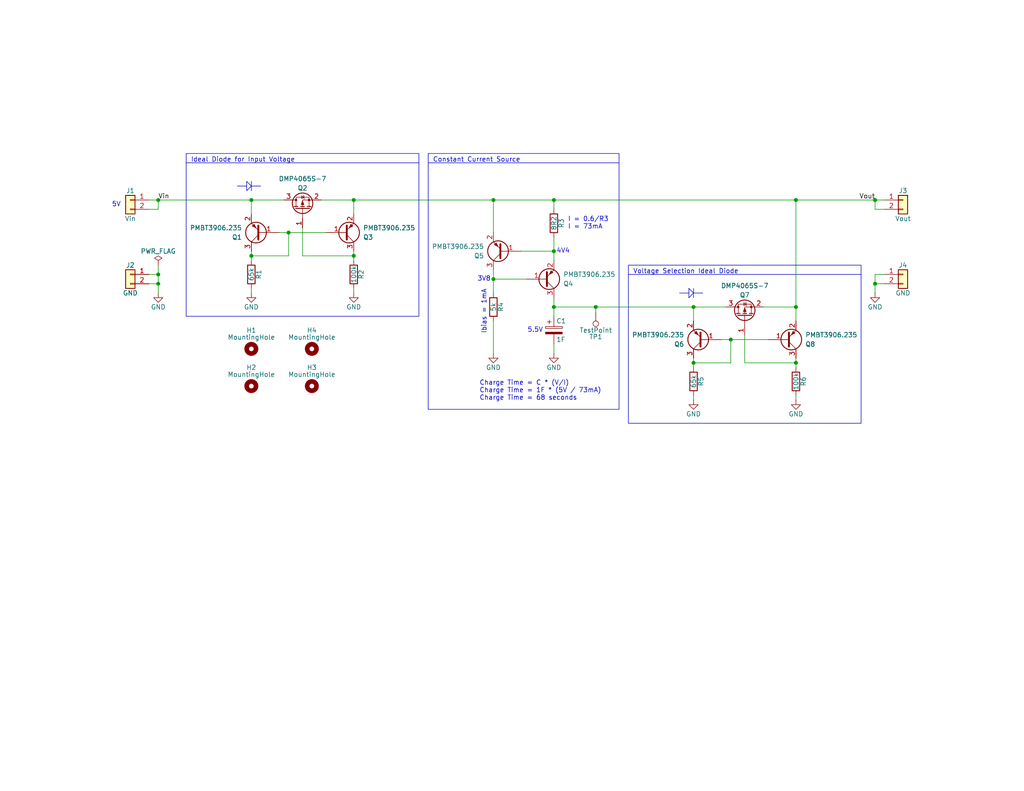
<source format=kicad_sch>
(kicad_sch (version 20231120) (generator "eeschema") (generator_version "8.0")
  (paper "A")
  (title_block (title "Super Capacitor Charge and Backup Circuit") (date "2024-04-21") (company "Perry Leumas") (comment 1 "Test circuit of backup power for ATtiny416 to") (comment 2 "    provide enough power for EEPROM write on power loss"))
  (lib_symbols
    (symbol "Connector:TestPoint" (pin_numbers hide) (pin_names (offset 0.762) hide)
      (property "Reference" "TP" (at 0 6.858 0))
      (property "Value" "TestPoint" (at 0 5.08 0))
      (symbol "TestPoint_0_1"
        (circle (center 0 3.302) (radius 0.762))
      )
      (symbol "TestPoint_1_1"
        (pin passive line (at 0 0 90) (length 2.54) (name "1") (number "1"))
      )
    )
    (symbol "Connector_Generic:Conn_01x02" (pin_names (offset 1.016) hide)
      (property "Reference" "J" (at 0 2.54 0))
      (property "Value" "Conn_01x02" (at 0 -5.08 0))
      (symbol "Conn_01x02_1_1"
        (rectangle (start -1.27 -2.413) (end 0 -2.667) (stroke (width 0.1524)))
        (rectangle (start -1.27 0.127) (end 0 -0.127) (stroke (width 0.1524)))
        (rectangle (start -1.27 1.27) (end 1.27 -3.81) (stroke (width 0.254)) (fill (type background)))
        (pin passive line (at -5.08 0 0) (length 3.81) (name "Pin_1") (number "1"))
        (pin passive line (at -5.08 -2.54 0) (length 3.81) (name "Pin_2") (number "2"))
      )
    )
    (symbol "Device:C_Polarized" (pin_numbers hide) (pin_names (offset 0.254))
      (property "Reference" "C" (at 0.635 2.54 0))
      (property "Value" "C_Polarized" (at 0.635 -2.54 0))
      (symbol "C_Polarized_0_1"
        (rectangle (start -2.286 0.508) (end 2.286 1.016))
        (polyline (pts (xy -1.778 2.286) (xy -0.762 2.286)))
        (polyline (pts (xy -1.27 2.794) (xy -1.27 1.778)))
        (rectangle (start 2.286 -0.508) (end -2.286 -1.016) (fill (type outline)))
      )
      (symbol "C_Polarized_1_1"
        (pin passive line (at 0 3.81 270) (length 2.794) (name "~") (number "1"))
        (pin passive line (at 0 -3.81 90) (length 2.794) (name "~") (number "2"))
      )
    )
    (symbol "Device:Q_PMOS_GSD" (pin_names (offset 0) hide)
      (property "Reference" "Q" (at 5.08 1.27 0))
      (property "Value" "Q_PMOS_GSD" (at 5.08 -1.27 0))
      (symbol "Q_PMOS_GSD_0_1"
        (polyline (pts (xy 0.254 0) (xy -2.54 0)))
        (polyline (pts (xy 0.254 1.905) (xy 0.254 -1.905)) (stroke (width 0.254)))
        (polyline (pts (xy 0.762 -1.27) (xy 0.762 -2.286)) (stroke (width 0.254)))
        (polyline (pts (xy 0.762 0.508) (xy 0.762 -0.508)) (stroke (width 0.254)))
        (polyline (pts (xy 0.762 2.286) (xy 0.762 1.27)) (stroke (width 0.254)))
        (polyline (pts (xy 2.54 2.54) (xy 2.54 1.778)))
        (polyline (pts (xy 2.54 -2.54) (xy 2.54 0) (xy 0.762 0)))
        (polyline (pts (xy 0.762 1.778) (xy 3.302 1.778) (xy 3.302 -1.778) (xy 0.762 -1.778)))
        (polyline (pts (xy 2.286 0) (xy 1.27 0.381) (xy 1.27 -0.381) (xy 2.286 0)) (fill (type outline)))
        (polyline (pts (xy 2.794 -0.508) (xy 2.921 -0.381) (xy 3.683 -0.381) (xy 3.81 -0.254)))
        (polyline (pts (xy 3.302 -0.381) (xy 2.921 0.254) (xy 3.683 0.254) (xy 3.302 -0.381)))
        (circle (center 1.651 0) (radius 2.794) (stroke (width 0.254)))
        (circle (center 2.54 -1.778) (radius 0.254) (fill (type outline)))
        (circle (center 2.54 1.778) (radius 0.254) (fill (type outline)))
      )
      (symbol "Q_PMOS_GSD_1_1"
        (pin input line (at -5.08 0 0) (length 2.54) (name "G") (number "1"))
        (pin passive line (at 2.54 -5.08 90) (length 2.54) (name "S") (number "2"))
        (pin passive line (at 2.54 5.08 270) (length 2.54) (name "D") (number "3"))
      )
    )
    (symbol "Device:Q_PNP_BEC" (pin_names (offset 0) hide)
      (property "Reference" "Q" (at 5.08 1.27 0))
      (property "Value" "Q_PNP_BEC" (at 5.08 -1.27 0))
      (symbol "Q_PNP_BEC_0_1"
        (polyline (pts (xy 0.635 0.635) (xy 2.54 2.54)))
        (polyline (pts (xy 0.635 -0.635) (xy 2.54 -2.54) (xy 2.54 -2.54)))
        (polyline (pts (xy 0.635 1.905) (xy 0.635 -1.905) (xy 0.635 -1.905)) (stroke (width 0.508)))
        (polyline (pts (xy 2.286 -1.778) (xy 1.778 -2.286) (xy 1.27 -1.27) (xy 2.286 -1.778) (xy 2.286 -1.778)) (fill (type outline)))
        (circle (center 1.27 0) (radius 2.8194) (stroke (width 0.254)))
      )
      (symbol "Q_PNP_BEC_1_1"
        (pin input line (at -5.08 0 0) (length 5.715) (name "B") (number "1"))
        (pin passive line (at 2.54 -5.08 90) (length 2.54) (name "E") (number "2"))
        (pin passive line (at 2.54 5.08 270) (length 2.54) (name "C") (number "3"))
      )
    )
    (symbol "Device:R" (pin_numbers hide) (pin_names (offset 0))
      (property "Reference" "R" (at 2.032 0 90))
      (property "Value" "R" (at 0 0 90))
      (symbol "R_0_1"
        (rectangle (start -1.016 -2.54) (end 1.016 2.54) (stroke (width 0.254)))
      )
      (symbol "R_1_1"
        (pin passive line (at 0 3.81 270) (length 1.27) (name "~") (number "1"))
        (pin passive line (at 0 -3.81 90) (length 1.27) (name "~") (number "2"))
      )
    )
    (symbol "Mechanical:MountingHole" (pin_names (offset 1.016)) (exclude_from_sim yes) (in_bom no)
      (property "Reference" "H" (at 0 5.08 0))
      (property "Value" "MountingHole" (at 0 3.175 0))
      (symbol "MountingHole_0_1"
        (circle (center 0 0) (radius 1.27) (stroke (width 1.27)))
      )
    )
    (symbol "power:GND" (power) (pin_numbers hide) (pin_names (offset 0) hide)
      (property "Value" "GND" (at 0 -3.81 0))
      (symbol "GND_0_1"
        (polyline (pts (xy 0 0) (xy 0 -1.27) (xy 1.27 -1.27) (xy 0 -2.54) (xy -1.27 -1.27) (xy 0 -1.27)))
      )
      (symbol "GND_1_1"
        (pin power_in line (at 0 0 270) (length 0) (name "~") (number "1"))
      )
    )
    (symbol "power:PWR_FLAG" (power) (pin_numbers hide) (pin_names (offset 0) hide)
      (property "Value" "PWR_FLAG" (at 0 3.81 0))
      (symbol "PWR_FLAG_0_0"
        (pin power_out line (at 0 0 90) (length 0) (name "~") (number "1"))
      )
      (symbol "PWR_FLAG_0_1"
        (polyline (pts (xy 0 0) (xy 0 1.27) (xy -1.016 1.905) (xy 0 2.54) (xy 1.016 1.905) (xy 0 1.27)))
      )
    )
  )
  (junction (at 96.52 69.85))
  (junction (at 96.52 54.61))
  (junction (at 134.62 54.61))
  (junction (at 189.23 83.82))
  (junction (at 78.74 63.5))
  (junction (at 238.76 54.61))
  (junction (at 151.13 68.58))
  (junction (at 238.76 77.47))
  (junction (at 43.18 54.61))
  (junction (at 43.18 74.93))
  (junction (at 162.56 83.82))
  (junction (at 68.58 54.61))
  (junction (at 189.23 99.06))
  (junction (at 151.13 83.82))
  (junction (at 217.17 83.82))
  (junction (at 217.17 99.06))
  (junction (at 43.18 77.47))
  (junction (at 68.58 69.85))
  (junction (at 199.39 92.71))
  (junction (at 151.13 54.61))
  (junction (at 134.62 76.2))
  (junction (at 217.17 54.61))
  (wire (pts (xy 40.64 77.47) (xy 43.18 77.47)))
  (polyline (pts (xy 187.96 78.74) (xy 189.23 80.01)))
  (wire (pts (xy 68.58 69.85) (xy 68.58 71.12)))
  (polyline (pts (xy 187.96 81.28) (xy 189.23 80.01)))
  (wire (pts (xy 96.52 69.85) (xy 96.52 71.12)))
  (wire (pts (xy 241.3 77.47) (xy 238.76 77.47)))
  (wire (pts (xy 43.18 74.93) (xy 43.18 77.47)))
  (wire (pts (xy 162.56 83.82) (xy 162.56 85.09)))
  (wire (pts (xy 217.17 97.79) (xy 217.17 99.06)))
  (wire (pts (xy 68.58 54.61) (xy 68.58 58.42)))
  (polyline (pts (xy 67.31 49.53) (xy 68.58 50.8)))
  (wire (pts (xy 96.52 58.42) (xy 96.52 54.61)))
  (wire (pts (xy 43.18 72.39) (xy 43.18 74.93)))
  (wire (pts (xy 203.2 99.06) (xy 217.17 99.06)))
  (wire (pts (xy 68.58 69.85) (xy 78.74 69.85)))
  (wire (pts (xy 40.64 74.93) (xy 43.18 74.93)))
  (wire (pts (xy 68.58 68.58) (xy 68.58 69.85)))
  (wire (pts (xy 68.58 78.74) (xy 68.58 80.01)))
  (wire (pts (xy 96.52 54.61) (xy 87.63 54.61)))
  (wire (pts (xy 96.52 54.61) (xy 134.62 54.61)))
  (wire (pts (xy 241.3 74.93) (xy 238.76 74.93)))
  (wire (pts (xy 134.62 54.61) (xy 134.62 63.5)))
  (wire (pts (xy 238.76 77.47) (xy 238.76 80.01)))
  (wire (pts (xy 189.23 107.95) (xy 189.23 109.22)))
  (wire (pts (xy 82.55 62.23) (xy 82.55 69.85)))
  (wire (pts (xy 151.13 83.82) (xy 151.13 86.36)))
  (wire (pts (xy 151.13 93.98) (xy 151.13 96.52)))
  (wire (pts (xy 189.23 83.82) (xy 198.12 83.82)))
  (wire (pts (xy 217.17 54.61) (xy 238.76 54.61)))
  (polyline (pts (xy 68.58 50.8) (xy 71.12 50.8)))
  (wire (pts (xy 78.74 63.5) (xy 88.9 63.5)))
  (wire (pts (xy 43.18 54.61) (xy 43.18 57.15)))
  (wire (pts (xy 40.64 57.15) (xy 43.18 57.15)))
  (wire (pts (xy 134.62 76.2) (xy 134.62 80.01)))
  (wire (pts (xy 241.3 57.15) (xy 238.76 57.15)))
  (wire (pts (xy 199.39 99.06) (xy 199.39 92.71)))
  (polyline (pts (xy 171.45 74.93) (xy 234.95 74.93)))
  (wire (pts (xy 96.52 68.58) (xy 96.52 69.85)))
  (wire (pts (xy 142.24 68.58) (xy 151.13 68.58)))
  (wire (pts (xy 217.17 83.82) (xy 208.28 83.82)))
  (wire (pts (xy 189.23 99.06) (xy 199.39 99.06)))
  (wire (pts (xy 217.17 87.63) (xy 217.17 83.82)))
  (polyline (pts (xy 189.23 78.74) (xy 189.23 81.28)))
  (wire (pts (xy 151.13 81.28) (xy 151.13 83.82)))
  (wire (pts (xy 40.64 54.61) (xy 43.18 54.61)))
  (wire (pts (xy 96.52 78.74) (xy 96.52 80.01)))
  (polyline (pts (xy 67.31 49.53) (xy 67.31 52.07)))
  (wire (pts (xy 134.62 87.63) (xy 134.62 96.52)))
  (wire (pts (xy 43.18 54.61) (xy 68.58 54.61)))
  (polyline (pts (xy 67.31 52.07) (xy 68.58 50.8)))
  (wire (pts (xy 76.2 63.5) (xy 78.74 63.5)))
  (polyline (pts (xy 116.84 44.45) (xy 168.91 44.45)))
  (wire (pts (xy 196.85 92.71) (xy 199.39 92.71)))
  (wire (pts (xy 151.13 54.61) (xy 134.62 54.61)))
  (wire (pts (xy 134.62 76.2) (xy 143.51 76.2)))
  (wire (pts (xy 151.13 83.82) (xy 162.56 83.82)))
  (wire (pts (xy 68.58 54.61) (xy 77.47 54.61)))
  (wire (pts (xy 162.56 83.82) (xy 189.23 83.82)))
  (polyline (pts (xy 187.96 78.74) (xy 187.96 81.28)))
  (wire (pts (xy 78.74 69.85) (xy 78.74 63.5)))
  (polyline (pts (xy 189.23 80.01) (xy 191.77 80.01)))
  (polyline (pts (xy 68.58 49.53) (xy 68.58 52.07)))
  (wire (pts (xy 217.17 54.61) (xy 217.17 83.82)))
  (wire (pts (xy 189.23 97.79) (xy 189.23 99.06)))
  (wire (pts (xy 82.55 69.85) (xy 96.52 69.85)))
  (wire (pts (xy 217.17 99.06) (xy 217.17 100.33)))
  (wire (pts (xy 151.13 54.61) (xy 217.17 54.61)))
  (wire (pts (xy 189.23 83.82) (xy 189.23 87.63)))
  (wire (pts (xy 199.39 92.71) (xy 209.55 92.71)))
  (polyline (pts (xy 185.42 80.01) (xy 187.96 80.01)))
  (wire (pts (xy 238.76 74.93) (xy 238.76 77.47)))
  (wire (pts (xy 134.62 73.66) (xy 134.62 76.2)))
  (wire (pts (xy 238.76 54.61) (xy 238.76 57.15)))
  (wire (pts (xy 43.18 77.47) (xy 43.18 80.01)))
  (wire (pts (xy 151.13 57.15) (xy 151.13 54.61)))
  (wire (pts (xy 151.13 68.58) (xy 151.13 64.77)))
  (wire (pts (xy 203.2 91.44) (xy 203.2 99.06)))
  (wire (pts (xy 217.17 107.95) (xy 217.17 109.22)))
  (polyline (pts (xy 64.77 50.8) (xy 67.31 50.8)))
  (wire (pts (xy 238.76 54.61) (xy 241.3 54.61)))
  (wire (pts (xy 151.13 68.58) (xy 151.13 71.12)))
  (polyline (pts (xy 50.8 44.45) (xy 114.3 44.45)))
  (wire (pts (xy 189.23 99.06) (xy 189.23 100.33)))
  (rectangle (start 116.84 41.91) (end 168.91 111.76))
  (rectangle (start 50.8 41.91) (end 114.3 86.36))
  (rectangle (start 171.45 72.39) (end 234.95 115.57))
  (text "4V4" (at 153.67 68.58 0) (effects (font (size 1.27 1.27))))
  (text "Ibias = 1mA" (at 132.08 85.09 90) (effects (font (size 1.27 1.27))))
  (text "Ideal Diode for Input Voltage" (at 52.07 44.45 0) (effects (font (size 1.27 1.27)) (justify left bottom)))
  (text "Voltage Selection Ideal Diode" (at 172.72 74.93 0) (effects (font (size 1.27 1.27)) (justify left bottom)))
  (text "3V8" (at 132.08 76.2 0) (effects (font (size 1.27 1.27))))
  (text "I = 0.6/R3\nI = 73mA" (at 154.94 60.96 0) (effects (font (size 1.27 1.27)) (justify left)))
  (text "5V" (at 31.75 55.88 0) (effects (font (size 1.27 1.27))))
  (text "Constant Current Source" (at 118.11 44.45 0) (effects (font (size 1.27 1.27)) (justify left bottom)))
  (text "Charge Time = C * (V/I)\nCharge Time = 1F * (5V / 73mA)\nCharge Time = 68 seconds" (at 130.81 106.68 0) (effects (font (size 1.27 1.27)) (justify left)))
  (text "5.5V" (at 146.05 90.17 0) (effects (font (size 1.27 1.27))))
  (label "Vout" (at 238.76 54.61 180))
  (label "Vin" (at 43.18 54.61 0))
  (symbol (lib_id "power:GND") (at 96.52 80.01 0) (unit 1)
    (property "Reference" "#PWR02" (effects (hide yes)))
    (property "Value" "GND" (at 96.52 83.82 0))
    (property "Description" "Power symbol creates a global label with name \"GND\" , ground" (effects (hide yes)))
  )
  (symbol (lib_id "Device:C_Polarized") (at 151.13 90.17 0) (unit 1)
    (property "Reference" "C1" (at 151.765 87.63 0) (effects (justify left)))
    (property "Value" "1F" (at 151.765 92.71 0) (effects (justify left)))
    (property "Footprint" "pl_Capacitor_THT:CP_Radial_D20.0mm_P5.00mm" (effects (hide yes)))
    (property "Description" "Polarized capacitor" (effects (hide yes)))
  )
  (symbol (lib_id "Connector_Generic:Conn_01x02") (at 246.38 74.93 0) (unit 1)
    (property "Reference" "J4" (at 246.38 72.39 0))
    (property "Value" "GND" (at 246.38 80.01 0))
    (property "Footprint" "Connector_PinHeader_2.54mm:PinHeader_1x02_P2.54mm_Vertical" (effects (hide yes)))
    (property "Description" "Generic connector, single row, 01x02, script generated (kicad-library-utils/schlib/autogen/connector/)" (effects (hide yes)))
  )
  (symbol (lib_id "Device:Q_PNP_BEC") (at 71.12 63.5 180) (unit 1)
    (property "Reference" "Q1" (at 66.04 64.77 0) (effects (justify left)))
    (property "Value" "PMBT3906.235" (at 66.04 62.23 0) (effects (justify left)))
    (property "Footprint" "Package_TO_SOT_SMD:SOT-23_Handsoldering" (effects (hide yes)))
    (property "Description" "PNP transistor, base/emitter/collector" (effects (hide yes)))
  )
  (symbol (lib_id "Connector_Generic:Conn_01x02") (at 246.38 54.61 0) (unit 1)
    (property "Reference" "J3" (at 246.38 52.07 0))
    (property "Value" "Vout" (at 246.38 59.69 0))
    (property "Footprint" "Connector_PinHeader_2.54mm:PinHeader_1x02_P2.54mm_Vertical" (effects (hide yes)))
    (property "Description" "Generic connector, single row, 01x02, script generated (kicad-library-utils/schlib/autogen/connector/)" (effects (hide yes)))
  )
  (symbol (lib_id "Device:Q_PNP_BEC") (at 148.59 76.2 0) (mirror x) (unit 1)
    (property "Reference" "Q4" (at 153.67 77.47 0) (effects (justify left)))
    (property "Value" "PMBT3906.235" (at 153.67 74.93 0) (effects (justify left)))
    (property "Footprint" "Package_TO_SOT_SMD:SOT-23_Handsoldering" (effects (hide yes)))
    (property "Description" "PNP transistor, base/emitter/collector" (effects (hide yes)))
  )
  (symbol (lib_id "Mechanical:MountingHole") (at 85.09 95.25 0) (unit 1) (exclude_from_sim yes) (in_bom no)
    (property "Reference" "H4" (at 85.09 90.17 0))
    (property "Value" "MountingHole" (at 85.09 92.075 0))
    (property "Footprint" "MountingHole:MountingHole_3.2mm_M3" (effects (hide yes)))
    (property "Description" "Mounting Hole without connection" (effects (hide yes)))
  )
  (symbol (lib_id "power:PWR_FLAG") (at 43.18 72.39 0) (unit 1)
    (property "Reference" "#FLG01" (effects (hide yes)))
    (property "Value" "PWR_FLAG" (at 43.18 68.58 0))
    (property "Description" "Special symbol for telling ERC where power comes from" (effects (hide yes)))
  )
  (symbol (lib_id "Connector_Generic:Conn_01x02") (at 35.56 54.61 0) (mirror y) (unit 1)
    (property "Reference" "J1" (at 35.56 52.07 0))
    (property "Value" "Vin" (at 35.56 59.69 0))
    (property "Footprint" "Connector_PinHeader_2.54mm:PinHeader_1x02_P2.54mm_Vertical" (effects (hide yes)))
    (property "Description" "Generic connector, single row, 01x02, script generated (kicad-library-utils/schlib/autogen/connector/)" (effects (hide yes)))
  )
  (symbol (lib_id "Device:Q_PNP_BEC") (at 93.98 63.5 0) (mirror x) (unit 1)
    (property "Reference" "Q3" (at 99.06 64.77 0) (effects (justify left)))
    (property "Value" "PMBT3906.235" (at 99.06 62.23 0) (effects (justify left)))
    (property "Footprint" "Package_TO_SOT_SMD:SOT-23_Handsoldering" (effects (hide yes)))
    (property "Description" "PNP transistor, base/emitter/collector" (effects (hide yes)))
  )
  (symbol (lib_id "Device:Q_PNP_BEC") (at 137.16 68.58 180) (unit 1)
    (property "Reference" "Q5" (at 132.08 69.85 0) (effects (justify left)))
    (property "Value" "PMBT3906.235" (at 132.08 67.31 0) (effects (justify left)))
    (property "Footprint" "Package_TO_SOT_SMD:SOT-23_Handsoldering" (effects (hide yes)))
    (property "Description" "PNP transistor, base/emitter/collector" (effects (hide yes)))
  )
  (symbol (lib_id "power:GND") (at 68.58 80.01 0) (unit 1)
    (property "Reference" "#PWR01" (effects (hide yes)))
    (property "Value" "GND" (at 68.58 83.82 0))
    (property "Description" "Power symbol creates a global label with name \"GND\" , ground" (effects (hide yes)))
  )
  (symbol (lib_id "power:GND") (at 217.17 109.22 0) (unit 1)
    (property "Reference" "#PWR09" (effects (hide yes)))
    (property "Value" "GND" (at 217.17 113.03 0))
    (property "Description" "Power symbol creates a global label with name \"GND\" , ground" (effects (hide yes)))
  )
  (symbol (lib_id "power:GND") (at 189.23 109.22 0) (unit 1)
    (property "Reference" "#PWR07" (effects (hide yes)))
    (property "Value" "GND" (at 189.23 113.03 0))
    (property "Description" "Power symbol creates a global label with name \"GND\" , ground" (effects (hide yes)))
  )
  (symbol (lib_id "Device:Q_PNP_BEC") (at 214.63 92.71 0) (mirror x) (unit 1)
    (property "Reference" "Q8" (at 219.71 93.98 0) (effects (justify left)))
    (property "Value" "PMBT3906.235" (at 219.71 91.44 0) (effects (justify left)))
    (property "Footprint" "Package_TO_SOT_SMD:SOT-23_Handsoldering" (effects (hide yes)))
    (property "Description" "PNP transistor, base/emitter/collector" (effects (hide yes)))
  )
  (symbol (lib_id "Mechanical:MountingHole") (at 68.58 105.41 0) (unit 1) (exclude_from_sim yes) (in_bom no)
    (property "Reference" "H2" (at 68.58 100.33 0))
    (property "Value" "MountingHole" (at 68.58 102.235 0))
    (property "Footprint" "MountingHole:MountingHole_3.2mm_M3" (effects (hide yes)))
    (property "Description" "Mounting Hole without connection" (effects (hide yes)))
  )
  (symbol (lib_id "Connector:TestPoint") (at 162.56 85.09 180) (unit 1)
    (property "Reference" "TP1" (at 162.56 91.948 0))
    (property "Value" "TestPoint" (at 162.56 90.17 0))
    (property "Footprint" "TestPoint:TestPoint_Loop_D1.80mm_Drill1.0mm_Beaded" (effects (hide yes)))
    (property "Description" "test point" (effects (hide yes)))
  )
  (symbol (lib_id "Device:Q_PMOS_GSD") (at 203.2 86.36 90) (unit 1)
    (property "Reference" "Q7" (at 203.2 81.28 90) (effects (justify top)))
    (property "Value" "DMP4065S-7" (at 203.2 78.74 90) (effects (justify top)))
    (property "Footprint" "Package_TO_SOT_SMD:SOT-23_Handsoldering" (effects (hide yes)))
    (property "Description" "P-MOSFET transistor, gate/source/drain" (effects (hide yes)))
  )
  (symbol (lib_id "Device:Q_PMOS_GSD") (at 82.55 57.15 90) (unit 1)
    (property "Reference" "Q2" (at 82.55 52.07 90) (effects (justify top)))
    (property "Value" "DMP4065S-7" (at 82.55 49.53 90) (effects (justify top)))
    (property "Footprint" "Package_TO_SOT_SMD:SOT-23_Handsoldering" (effects (hide yes)))
    (property "Description" "P-MOSFET transistor, gate/source/drain" (effects (hide yes)))
  )
  (symbol (lib_id "Device:R") (at 68.58 74.93 0) (unit 1)
    (property "Reference" "R1" (at 70.612 74.93 90))
    (property "Value" "65k" (at 68.58 74.93 90))
    (property "Footprint" "Resistor_SMD:R_0805_2012Metric_Pad1.20x1.40mm_HandSolder" (effects (hide yes)))
    (property "Description" "Resistor" (effects (hide yes)))
  )
  (symbol (lib_id "power:GND") (at 134.62 96.52 0) (unit 1)
    (property "Reference" "#PWR05" (effects (hide yes)))
    (property "Value" "GND" (at 134.62 100.33 0))
    (property "Description" "Power symbol creates a global label with name \"GND\" , ground" (effects (hide yes)))
  )
  (symbol (lib_id "power:GND") (at 238.76 80.01 0) (mirror y) (unit 1)
    (property "Reference" "#PWR06" (effects (hide yes)))
    (property "Value" "GND" (at 238.76 83.82 0))
    (property "Description" "Power symbol creates a global label with name \"GND\" , ground" (effects (hide yes)))
  )
  (symbol (lib_id "Mechanical:MountingHole") (at 68.58 95.25 0) (unit 1) (exclude_from_sim yes) (in_bom no)
    (property "Reference" "H1" (at 68.58 90.17 0))
    (property "Value" "MountingHole" (at 68.58 92.075 0))
    (property "Footprint" "MountingHole:MountingHole_3.2mm_M3" (effects (hide yes)))
    (property "Description" "Mounting Hole without connection" (effects (hide yes)))
  )
  (symbol (lib_id "Device:R") (at 189.23 104.14 0) (unit 1)
    (property "Reference" "R5" (at 191.262 104.14 90))
    (property "Value" "65k" (at 189.23 104.14 90))
    (property "Footprint" "Resistor_SMD:R_0805_2012Metric_Pad1.20x1.40mm_HandSolder" (effects (hide yes)))
    (property "Description" "Resistor" (effects (hide yes)))
  )
  (symbol (lib_id "power:GND") (at 43.18 80.01 0) (unit 1)
    (property "Reference" "#PWR03" (effects (hide yes)))
    (property "Value" "GND" (at 43.18 83.82 0))
    (property "Description" "Power symbol creates a global label with name \"GND\" , ground" (effects (hide yes)))
  )
  (symbol (lib_id "Device:R") (at 217.17 104.14 0) (unit 1)
    (property "Reference" "R6" (at 219.202 104.14 90))
    (property "Value" "100k" (at 217.17 104.14 90))
    (property "Footprint" "Resistor_SMD:R_0805_2012Metric_Pad1.20x1.40mm_HandSolder" (effects (hide yes)))
    (property "Description" "Resistor" (effects (hide yes)))
  )
  (symbol (lib_id "Device:R") (at 96.52 74.93 0) (unit 1)
    (property "Reference" "R2" (at 98.552 74.93 90))
    (property "Value" "100k" (at 96.52 74.93 90))
    (property "Footprint" "Resistor_SMD:R_0805_2012Metric_Pad1.20x1.40mm_HandSolder" (effects (hide yes)))
    (property "Description" "Resistor" (effects (hide yes)))
  )
  (symbol (lib_id "Device:R") (at 151.13 60.96 0) (unit 1)
    (property "Reference" "R3" (at 153.162 60.96 90))
    (property "Value" "8R2" (at 151.13 60.96 90))
    (property "Footprint" "Resistor_SMD:R_1206_3216Metric_Pad1.30x1.75mm_HandSolder" (effects (hide yes)))
    (property "Description" "Resistor" (effects (hide yes)))
  )
  (symbol (lib_id "power:GND") (at 151.13 96.52 0) (unit 1)
    (property "Reference" "#PWR04" (effects (hide yes)))
    (property "Value" "GND" (at 151.13 100.33 0))
    (property "Description" "Power symbol creates a global label with name \"GND\" , ground" (effects (hide yes)))
  )
  (symbol (lib_id "Device:R") (at 134.62 83.82 0) (unit 1)
    (property "Reference" "R4" (at 136.652 83.82 90))
    (property "Value" "5k" (at 134.62 83.82 90))
    (property "Footprint" "Resistor_SMD:R_0805_2012Metric_Pad1.20x1.40mm_HandSolder" (effects (hide yes)))
    (property "Description" "Resistor" (effects (hide yes)))
  )
  (symbol (lib_id "Device:Q_PNP_BEC") (at 191.77 92.71 180) (unit 1)
    (property "Reference" "Q6" (at 186.69 93.98 0) (effects (justify left)))
    (property "Value" "PMBT3906.235" (at 186.69 91.44 0) (effects (justify left)))
    (property "Footprint" "Package_TO_SOT_SMD:SOT-23_Handsoldering" (effects (hide yes)))
    (property "Description" "PNP transistor, base/emitter/collector" (effects (hide yes)))
  )
  (symbol (lib_id "Mechanical:MountingHole") (at 85.09 105.41 0) (unit 1) (exclude_from_sim yes) (in_bom no)
    (property "Reference" "H3" (at 85.09 100.33 0))
    (property "Value" "MountingHole" (at 85.09 102.235 0))
    (property "Footprint" "MountingHole:MountingHole_3.2mm_M3" (effects (hide yes)))
    (property "Description" "Mounting Hole without connection" (effects (hide yes)))
  )
  (symbol (lib_id "Connector_Generic:Conn_01x02") (at 35.56 74.93 0) (mirror y) (unit 1)
    (property "Reference" "J2" (at 35.56 72.39 0))
    (property "Value" "GND" (at 35.56 80.01 0))
    (property "Footprint" "Connector_PinHeader_2.54mm:PinHeader_1x02_P2.54mm_Vertical" (effects (hide yes)))
    (property "Description" "Generic connector, single row, 01x02, script generated (kicad-library-utils/schlib/autogen/connector/)" (effects (hide yes)))
  )
)
</source>
